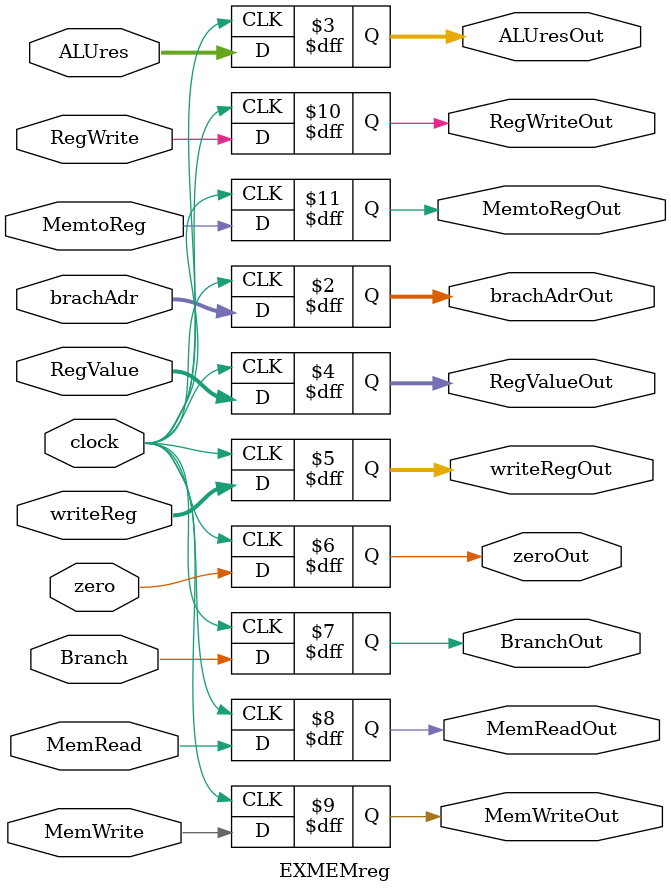
<source format=v>
module EXMEMreg (brachAdrOut, zeroOut, ALUresOut, RegValueOut, writeRegOut,BranchOut, MemReadOut, MemWriteOut, RegWriteOut,MemtoRegOut,brachAdr, zero, ALUres, RegValue, writeReg,Branch, MemRead, MemWrite, RegWrite,MemtoReg, clock);
output reg[31:0] brachAdrOut, ALUresOut, RegValueOut; 
output reg[4:0] writeRegOut; 
output reg zeroOut,BranchOut, MemReadOut, MemWriteOut, RegWriteOut,MemtoRegOut;

input [31:0] brachAdr, ALUres, RegValue; 
input [4:0] writeReg; 
input zero,Branch, MemRead, MemWrite, RegWrite,MemtoReg, clock;

always@(posedge clock)
begin
brachAdrOut=brachAdr;
ALUresOut=ALUres;
RegValueOut=RegValue;
writeRegOut=writeReg;
zeroOut=zero;
BranchOut=Branch;
MemReadOut=MemRead;
MemWriteOut=MemWrite;
RegWriteOut=RegWrite;
MemtoRegOut=MemtoReg;
end
endmodule
</source>
